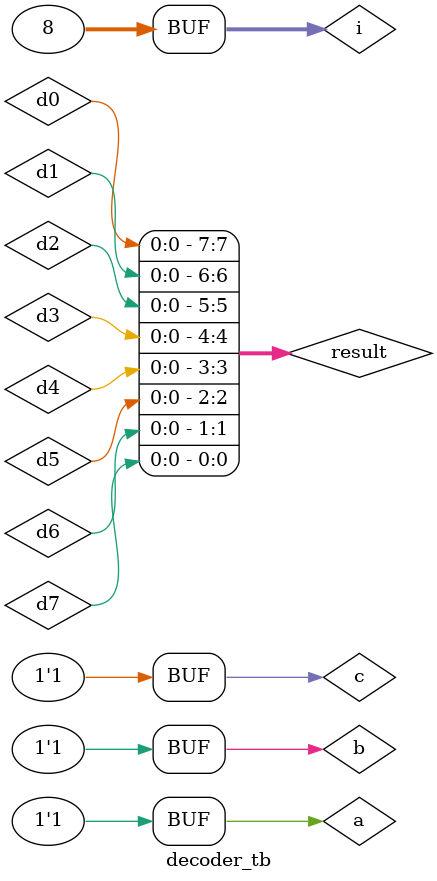
<source format=v>
`timescale 1ps/1ps

module Decoder(a,b,c,d0,d1,d2,d3,d4,d5,d6,d7);
input a,b,c;
output d0,d1,d2,d3,d4,d5,d6,d7;
wire abar, bbar, cbar;
not n1(abar, a);
not n2(bbar, b);
not n3(cbar, c);
and a1(d0, abar, bbar, cbar);
and a3(d1, abar, bbar, c);
and a5(d2, abar, b, cbar);
and a7(d3, abar, b, c);
and a9(d4, a, bbar, cbar);
and a11(d5, a, bbar, c);
and a13(d6, a, b, cbar);
and a15(d7, a, b, c);
endmodule

module decoder_tb ();

reg a, b, c;
wire d0,d1,d2,d3,d4,d5,d6,d7;
integer i=0;
Decoder dec1(a,b,c,d0,d1,d2,d3,d4,d5,d6,d7);
wire [7:0] result;
assign result = {d0,d1,d2,d3,d4,d5,d6,d7};

initial begin
#0;
for(i=0; i<8; i++)
begin
c=i[0];
b=i[1];
a=i[2];
#1;
end
end

initial begin
$monitor("%0d\t%b%b%b \t %b",
$time,a,b,c,result); //to monitor changes
$dumpfile("q3.vcd");
$dumpvars(0,decoder_tb);
end

endmodule

</source>
